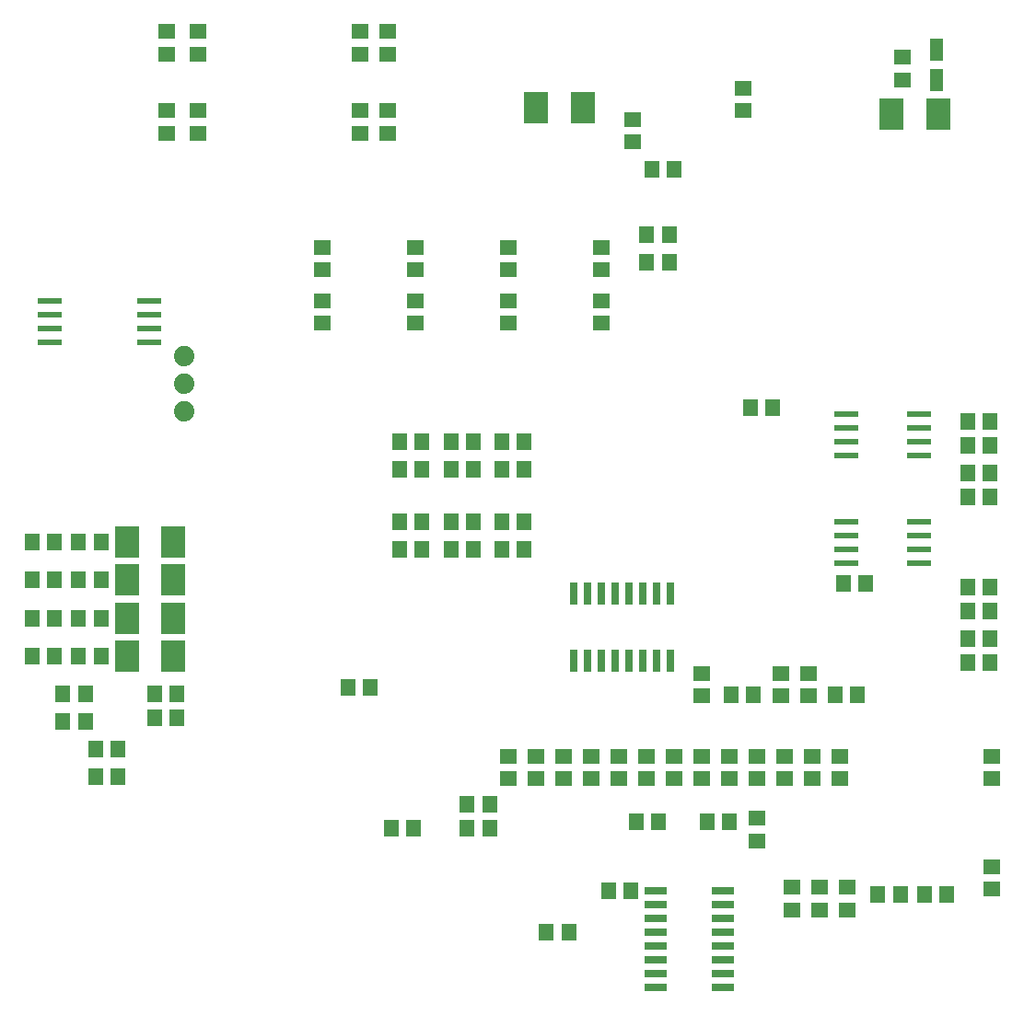
<source format=gtp>
G04 MADE WITH FRITZING*
G04 WWW.FRITZING.ORG*
G04 DOUBLE SIDED*
G04 HOLES PLATED*
G04 CONTOUR ON CENTER OF CONTOUR VECTOR*
%ASAXBY*%
%FSLAX23Y23*%
%MOIN*%
%OFA0B0*%
%SFA1.0B1.0*%
%ADD10C,0.074000*%
%ADD11R,0.059055X0.055118*%
%ADD12R,0.055118X0.059055*%
%ADD13R,0.086614X0.023622*%
%ADD14R,0.090086X0.113708*%
%ADD15R,0.026000X0.080000*%
%ADD16R,0.086900X0.024000*%
%ADD17R,0.047244X0.078740*%
%ADD18R,0.080000X0.026000*%
%ADD19R,0.001000X0.001000*%
%LNPASTEMASK1*%
G90*
G70*
G54D10*
X607Y2484D03*
X607Y2384D03*
X607Y2283D03*
G54D11*
X2232Y3259D03*
X2232Y3340D03*
G54D12*
X2301Y3159D03*
X2382Y3159D03*
G54D13*
X482Y2584D03*
X120Y2584D03*
X482Y2534D03*
X482Y2634D03*
X482Y2684D03*
X120Y2534D03*
X120Y2634D03*
X120Y2684D03*
G54D14*
X3169Y3359D03*
X3339Y3359D03*
X1882Y3384D03*
X2051Y3384D03*
G54D15*
X2019Y1380D03*
X2069Y1380D03*
X2119Y1380D03*
X2169Y1380D03*
X2219Y1380D03*
X2269Y1380D03*
X2319Y1380D03*
X2369Y1380D03*
X2369Y1622D03*
X2319Y1622D03*
X2269Y1622D03*
X2219Y1622D03*
X2169Y1622D03*
X2119Y1622D03*
X2069Y1622D03*
X2019Y1622D03*
G54D16*
X3269Y2122D03*
X3269Y2172D03*
X3269Y2222D03*
X3269Y2272D03*
X3004Y2272D03*
X3004Y2222D03*
X3004Y2172D03*
X3004Y2122D03*
X3269Y1734D03*
X3269Y1784D03*
X3269Y1834D03*
X3269Y1884D03*
X3004Y1884D03*
X3004Y1834D03*
X3004Y1784D03*
X3004Y1734D03*
G54D14*
X569Y1397D03*
X400Y1397D03*
X569Y1534D03*
X400Y1534D03*
X569Y1672D03*
X400Y1672D03*
X569Y1809D03*
X400Y1809D03*
G54D12*
X57Y1397D03*
X138Y1397D03*
X57Y1534D03*
X138Y1534D03*
X57Y1672D03*
X138Y1672D03*
X57Y1809D03*
X138Y1809D03*
X1575Y1784D03*
X1656Y1784D03*
X1575Y1884D03*
X1656Y1884D03*
X1575Y2072D03*
X1656Y2072D03*
X1575Y2172D03*
X1656Y2172D03*
X307Y1397D03*
X226Y1397D03*
X307Y1534D03*
X226Y1534D03*
X307Y1672D03*
X226Y1672D03*
X307Y1809D03*
X226Y1809D03*
X1388Y1784D03*
X1468Y1784D03*
X1388Y1884D03*
X1468Y1884D03*
X1388Y2072D03*
X1468Y2072D03*
X1388Y2172D03*
X1468Y2172D03*
G54D17*
X3332Y3483D03*
X3332Y3593D03*
G54D18*
X2557Y197D03*
X2557Y247D03*
X2557Y297D03*
X2557Y347D03*
X2557Y397D03*
X2557Y447D03*
X2557Y497D03*
X2557Y547D03*
X2315Y547D03*
X2315Y497D03*
X2315Y447D03*
X2315Y397D03*
X2315Y347D03*
X2315Y297D03*
X2315Y247D03*
X2315Y197D03*
G54D12*
X2144Y547D03*
X2225Y547D03*
X582Y1172D03*
X501Y1172D03*
X369Y1059D03*
X289Y1059D03*
X2282Y2922D03*
X2363Y2922D03*
G54D11*
X3207Y3565D03*
X3207Y3484D03*
X2632Y3452D03*
X2632Y3372D03*
G54D12*
X369Y959D03*
X289Y959D03*
X582Y1259D03*
X501Y1259D03*
X250Y1259D03*
X169Y1259D03*
G54D11*
X1344Y3291D03*
X1344Y3372D03*
X1244Y3578D03*
X1244Y3659D03*
X1344Y3578D03*
X1344Y3659D03*
X1244Y3291D03*
X1244Y3372D03*
X657Y3578D03*
X657Y3659D03*
X544Y3578D03*
X544Y3659D03*
X657Y3291D03*
X657Y3372D03*
X544Y3291D03*
X544Y3372D03*
G54D12*
X3525Y2247D03*
X3444Y2247D03*
X3525Y1972D03*
X3444Y1972D03*
X3525Y2059D03*
X3444Y2059D03*
X3525Y2159D03*
X3444Y2159D03*
X2657Y2297D03*
X2738Y2297D03*
X3525Y1372D03*
X3444Y1372D03*
X3525Y1459D03*
X3444Y1459D03*
X3525Y1559D03*
X3444Y1559D03*
X3525Y1647D03*
X3444Y1647D03*
G54D11*
X1107Y2603D03*
X1107Y2684D03*
X1444Y2603D03*
X1444Y2684D03*
X1782Y2603D03*
X1782Y2684D03*
X2119Y2603D03*
X2119Y2684D03*
X1107Y2877D03*
X1107Y2797D03*
X1444Y2877D03*
X1444Y2797D03*
X1782Y2877D03*
X1782Y2797D03*
X2119Y2877D03*
X2119Y2797D03*
G54D12*
X1757Y2072D03*
X1838Y2072D03*
X1838Y2172D03*
X1757Y2172D03*
X1713Y772D03*
X1632Y772D03*
X2325Y797D03*
X2244Y797D03*
X250Y1159D03*
X169Y1159D03*
X2994Y1659D03*
X3075Y1659D03*
G54D11*
X2769Y1334D03*
X2769Y1253D03*
X2082Y953D03*
X2082Y1034D03*
G54D12*
X1282Y1284D03*
X1201Y1284D03*
X2363Y2822D03*
X2282Y2822D03*
G54D11*
X1982Y953D03*
X1982Y1034D03*
G54D12*
X1713Y859D03*
X1632Y859D03*
G54D11*
X1782Y1034D03*
X1782Y953D03*
G54D12*
X3044Y1255D03*
X2964Y1255D03*
G54D11*
X2482Y1253D03*
X2482Y1334D03*
X3532Y953D03*
X3532Y1034D03*
G54D12*
X3289Y534D03*
X3369Y534D03*
X3200Y534D03*
X3119Y534D03*
G54D11*
X3532Y553D03*
X3532Y634D03*
X3007Y559D03*
X3007Y478D03*
X2682Y728D03*
X2682Y809D03*
G54D12*
X2501Y797D03*
X2582Y797D03*
G54D11*
X2882Y953D03*
X2882Y1034D03*
X2807Y478D03*
X2807Y559D03*
X2907Y478D03*
X2907Y559D03*
G54D12*
X1357Y772D03*
X1438Y772D03*
G54D11*
X1882Y953D03*
X1882Y1034D03*
X2182Y953D03*
X2182Y1034D03*
X2982Y953D03*
X2982Y1034D03*
X2682Y953D03*
X2682Y1034D03*
X2582Y953D03*
X2582Y1034D03*
X2782Y953D03*
X2782Y1034D03*
X2482Y953D03*
X2482Y1034D03*
X2282Y953D03*
X2282Y1034D03*
X2382Y953D03*
X2382Y1034D03*
G54D12*
X1757Y1784D03*
X1838Y1784D03*
X1838Y1884D03*
X1757Y1884D03*
X2669Y1255D03*
X2589Y1255D03*
G54D11*
X2869Y1253D03*
X2869Y1334D03*
G54D12*
X1919Y397D03*
X2000Y397D03*
G54D19*
D02*
G04 End of PasteMask1*
M02*
</source>
